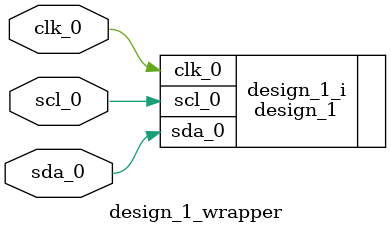
<source format=v>
`timescale 1 ps / 1 ps

module design_1_wrapper
   (clk_0,
    scl_0,
    sda_0);
  input clk_0;
  inout scl_0;
  inout sda_0;

  wire clk_0;
  wire scl_0;
  wire sda_0;

  design_1 design_1_i
       (.clk_0(clk_0),
        .scl_0(scl_0),
        .sda_0(sda_0));
endmodule

</source>
